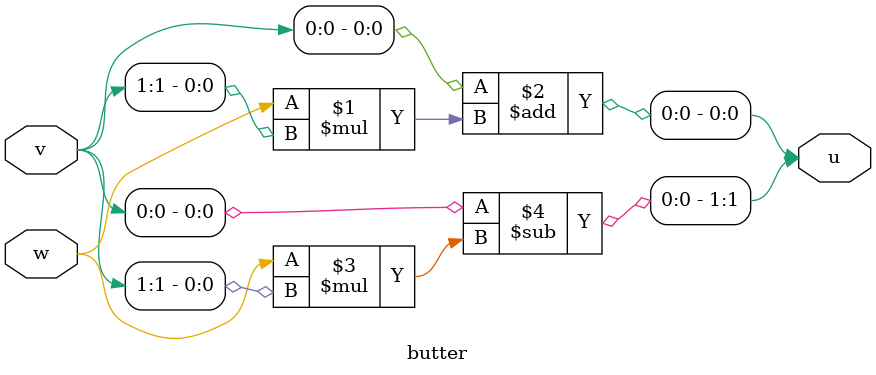
<source format=v>
`timescale 1ns / 1ps

module fft(
		output [0:7]y,
		input [0:7] x
   );
wire [0:7] i=0;
wire [0:7] j=0;

butter b1(i[0:1],{x[0],x[4]},1);
butter b2(i[2:3],{x[2],x[6]},1);
butter b3(i[4:5],{x[1],x[5]},1);
butter b4(i[6:7],{x[3],x[7]},1);


butter b6({j[0],j[2]},{i[0],i[2]},1);
butter b7({j[1],j[3]},{i[1],i[3]},1);
butter b8({j[4],j[6]},{i[4],i[6]},1);
butter b9({j[5],j[7]},{i[5],i[7]},1);

butter b10({y[0],y[4]},{j[0],j[4]},1);
butter b11({y[1],y[5]},{j[1],j[5]},1);
butter b12({y[2],y[6]},{j[2],j[6]},1);
butter b13({y[3],y[7]},{j[3],j[7]},1);
endmodule



module butter(
				
				output[0:1] u,
				input [0:1] v,
				input w
				);
assign u[0]=v[0]+(w*v[1]);
assign u[1]=v[0]-(w*v[1]);

				
endmodule 
</source>
